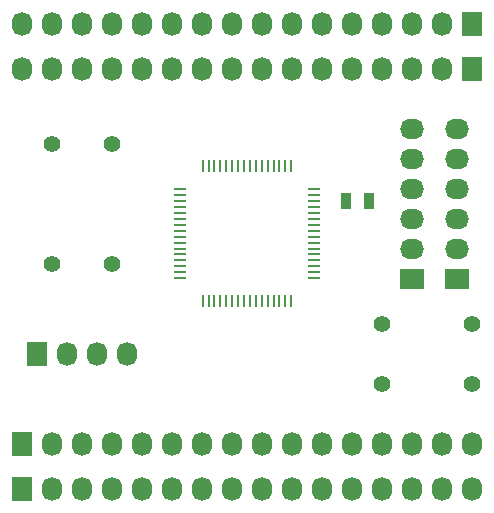
<source format=gts>
%FSLAX46Y46*%
G04 Gerber Fmt 4.6, Leading zero omitted, Abs format (unit mm)*
G04 Created by KiCad (PCBNEW (20140926 BZR5148)-product) date Sat 01 Nov 2014 11:29:57 PM CDT*
%MOMM*%
G01*
G04 APERTURE LIST*
%ADD10C,0.150000*%
%ADD11R,0.250000X1.000000*%
%ADD12R,1.000000X0.250000*%
%ADD13R,0.889000X1.397000*%
%ADD14R,2.032000X1.727200*%
%ADD15O,2.032000X1.727200*%
%ADD16R,1.727200X2.032000*%
%ADD17O,1.727200X2.032000*%
%ADD18C,1.397000*%
%ADD19C,1.422400*%
G04 APERTURE END LIST*
D10*
D11*
X205800000Y-153020000D03*
X206300000Y-153020000D03*
X206800000Y-153020000D03*
X207300000Y-153020000D03*
X207800000Y-153020000D03*
X208300000Y-153020000D03*
X208800000Y-153020000D03*
X209300000Y-153020000D03*
X209800000Y-153020000D03*
X210300000Y-153020000D03*
X210800000Y-153020000D03*
X211300000Y-153020000D03*
X211800000Y-153020000D03*
X212300000Y-153020000D03*
X212800000Y-153020000D03*
X213300000Y-153020000D03*
D12*
X215250000Y-151070000D03*
X215250000Y-150570000D03*
X215250000Y-150070000D03*
X215250000Y-149570000D03*
X215250000Y-149070000D03*
X215250000Y-148570000D03*
X215250000Y-148070000D03*
X215250000Y-147570000D03*
X215250000Y-147070000D03*
X215250000Y-146570000D03*
X215250000Y-146070000D03*
X215250000Y-145570000D03*
X215250000Y-145070000D03*
X215250000Y-144570000D03*
X215250000Y-144070000D03*
X215250000Y-143570000D03*
D11*
X213300000Y-141620000D03*
X212800000Y-141620000D03*
X212300000Y-141620000D03*
X211800000Y-141620000D03*
X211300000Y-141620000D03*
X210800000Y-141620000D03*
X210300000Y-141620000D03*
X209800000Y-141620000D03*
X209300000Y-141620000D03*
X208800000Y-141620000D03*
X208300000Y-141620000D03*
X207800000Y-141620000D03*
X207300000Y-141620000D03*
X206800000Y-141620000D03*
X206300000Y-141620000D03*
X205800000Y-141620000D03*
D12*
X203850000Y-143570000D03*
X203850000Y-144070000D03*
X203850000Y-144570000D03*
X203850000Y-145070000D03*
X203850000Y-145570000D03*
X203850000Y-146070000D03*
X203850000Y-146570000D03*
X203850000Y-147070000D03*
X203850000Y-147570000D03*
X203850000Y-148070000D03*
X203850000Y-148570000D03*
X203850000Y-149070000D03*
X203850000Y-149570000D03*
X203850000Y-150070000D03*
X203850000Y-150570000D03*
X203850000Y-151070000D03*
D13*
X219849700Y-144576800D03*
X217944700Y-144576800D03*
D14*
X223520000Y-151130000D03*
D15*
X223520000Y-148590000D03*
X223520000Y-146050000D03*
X223520000Y-143510000D03*
X223520000Y-140970000D03*
X223520000Y-138430000D03*
D14*
X227330000Y-151130000D03*
D15*
X227330000Y-148590000D03*
X227330000Y-146050000D03*
X227330000Y-143510000D03*
X227330000Y-140970000D03*
X227330000Y-138430000D03*
D16*
X191770000Y-157480000D03*
D17*
X194310000Y-157480000D03*
X196850000Y-157480000D03*
X199390000Y-157480000D03*
D16*
X190500000Y-168910000D03*
D17*
X193040000Y-168910000D03*
X195580000Y-168910000D03*
X198120000Y-168910000D03*
X200660000Y-168910000D03*
X203200000Y-168910000D03*
X205740000Y-168910000D03*
X208280000Y-168910000D03*
X210820000Y-168910000D03*
X213360000Y-168910000D03*
X215900000Y-168910000D03*
X218440000Y-168910000D03*
X220980000Y-168910000D03*
X223520000Y-168910000D03*
X226060000Y-168910000D03*
X228600000Y-168910000D03*
D16*
X190500000Y-165100000D03*
D17*
X193040000Y-165100000D03*
X195580000Y-165100000D03*
X198120000Y-165100000D03*
X200660000Y-165100000D03*
X203200000Y-165100000D03*
X205740000Y-165100000D03*
X208280000Y-165100000D03*
X210820000Y-165100000D03*
X213360000Y-165100000D03*
X215900000Y-165100000D03*
X218440000Y-165100000D03*
X220980000Y-165100000D03*
X223520000Y-165100000D03*
X226060000Y-165100000D03*
X228600000Y-165100000D03*
D16*
X228600000Y-133350000D03*
D17*
X226060000Y-133350000D03*
X223520000Y-133350000D03*
X220980000Y-133350000D03*
X218440000Y-133350000D03*
X215900000Y-133350000D03*
X213360000Y-133350000D03*
X210820000Y-133350000D03*
X208280000Y-133350000D03*
X205740000Y-133350000D03*
X203200000Y-133350000D03*
X200660000Y-133350000D03*
X198120000Y-133350000D03*
X195580000Y-133350000D03*
X193040000Y-133350000D03*
X190500000Y-133350000D03*
D16*
X228600000Y-129540000D03*
D17*
X226060000Y-129540000D03*
X223520000Y-129540000D03*
X220980000Y-129540000D03*
X218440000Y-129540000D03*
X215900000Y-129540000D03*
X213360000Y-129540000D03*
X210820000Y-129540000D03*
X208280000Y-129540000D03*
X205740000Y-129540000D03*
X203200000Y-129540000D03*
X200660000Y-129540000D03*
X198120000Y-129540000D03*
X195580000Y-129540000D03*
X193040000Y-129540000D03*
X190500000Y-129540000D03*
D18*
X228600000Y-154940000D03*
X228600000Y-160020000D03*
X220980000Y-154940000D03*
X220980000Y-160020000D03*
D19*
X193040000Y-139700000D03*
X198120000Y-139700000D03*
X193040000Y-149860000D03*
X198120000Y-149860000D03*
M02*

</source>
